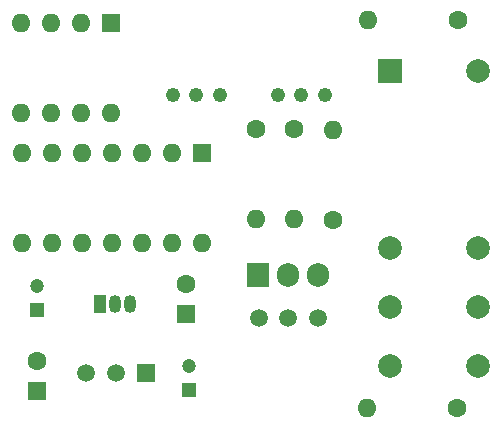
<source format=gbr>
%TF.GenerationSoftware,KiCad,Pcbnew,7.0.11-7.0.11~ubuntu22.04.1*%
%TF.CreationDate,2024-09-26T16:57:13+02:00*%
%TF.ProjectId,BAU-Elec,4241552d-456c-4656-932e-6b696361645f,rev?*%
%TF.SameCoordinates,Original*%
%TF.FileFunction,Soldermask,Top*%
%TF.FilePolarity,Negative*%
%FSLAX46Y46*%
G04 Gerber Fmt 4.6, Leading zero omitted, Abs format (unit mm)*
G04 Created by KiCad (PCBNEW 7.0.11-7.0.11~ubuntu22.04.1) date 2024-09-26 16:57:13*
%MOMM*%
%LPD*%
G01*
G04 APERTURE LIST*
%ADD10R,1.200000X1.200000*%
%ADD11C,1.200000*%
%ADD12C,1.498600*%
%ADD13C,1.600000*%
%ADD14O,1.600000X1.600000*%
%ADD15R,1.600000X1.600000*%
%ADD16C,2.000000*%
%ADD17R,2.000000X2.000000*%
%ADD18C,1.219200*%
%ADD19R,1.500000X1.500000*%
%ADD20C,1.500000*%
%ADD21R,1.905000X2.000000*%
%ADD22O,1.905000X2.000000*%
%ADD23R,1.050000X1.500000*%
%ADD24O,1.050000X1.500000*%
G04 APERTURE END LIST*
D10*
%TO.C,C2*%
X49770000Y-42260088D03*
D11*
X49770000Y-40260088D03*
%TD*%
D12*
%TO.C,bat_in-out1*%
X73550122Y-42950000D03*
X71050000Y-42950000D03*
X68549878Y-42950000D03*
%TD*%
D13*
%TO.C,R2*%
X85370000Y-17680000D03*
D14*
X77750000Y-17680000D03*
%TD*%
D15*
%TO.C,U2*%
X63750000Y-28940000D03*
D14*
X61210000Y-28940000D03*
X58670000Y-28940000D03*
X56130000Y-28940000D03*
X53590000Y-28940000D03*
X51050000Y-28940000D03*
X48510000Y-28940000D03*
X48510000Y-36560000D03*
X51050000Y-36560000D03*
X53590000Y-36560000D03*
X56130000Y-36560000D03*
X58670000Y-36560000D03*
X61210000Y-36560000D03*
X63750000Y-36560000D03*
%TD*%
D13*
%TO.C,R4*%
X71560000Y-26960000D03*
D14*
X71560000Y-34580000D03*
%TD*%
D15*
%TO.C,C1*%
X62370000Y-42565113D03*
D13*
X62370000Y-40065113D03*
%TD*%
D16*
%TO.C,K1*%
X79632500Y-42032500D03*
X87132500Y-42032500D03*
X79632500Y-37032500D03*
X87132500Y-37032500D03*
X79632500Y-47032500D03*
X87132500Y-47032500D03*
D17*
X79632500Y-22032500D03*
D16*
X87132500Y-22032500D03*
%TD*%
D18*
%TO.C,stop1*%
X65250000Y-24027300D03*
X63250000Y-24027300D03*
X61249999Y-24027300D03*
%TD*%
D19*
%TO.C,L78L10_TO92*%
X59000000Y-47567488D03*
D20*
X56460000Y-47567488D03*
X53920000Y-47567488D03*
%TD*%
D18*
%TO.C,starter1*%
X74140000Y-24027300D03*
X72140000Y-24027300D03*
X70139999Y-24027300D03*
%TD*%
D10*
%TO.C,C4*%
X62630000Y-48990087D03*
D11*
X62630000Y-46990087D03*
%TD*%
D13*
%TO.C,R1*%
X85330000Y-50580000D03*
D14*
X77710000Y-50580000D03*
%TD*%
D21*
%TO.C,P16NF06L1*%
X68430000Y-39250000D03*
D22*
X70970000Y-39250000D03*
X73510000Y-39250000D03*
%TD*%
D15*
%TO.C,NA555P1*%
X56060000Y-17920000D03*
D14*
X53520000Y-17920000D03*
X50980000Y-17920000D03*
X48440000Y-17920000D03*
X48440000Y-25540000D03*
X50980000Y-25540000D03*
X53520000Y-25540000D03*
X56060000Y-25540000D03*
%TD*%
D13*
%TO.C,R3*%
X74840000Y-34600000D03*
D14*
X74840000Y-26980000D03*
%TD*%
D23*
%TO.C,L78L05_TO92*%
X55120000Y-41720001D03*
D24*
X56390000Y-41720001D03*
X57660000Y-41720001D03*
%TD*%
D15*
%TO.C,C3*%
X49760000Y-49102601D03*
D13*
X49760000Y-46602601D03*
%TD*%
%TO.C,R5*%
X68330000Y-26960000D03*
D14*
X68330000Y-34580000D03*
%TD*%
M02*

</source>
